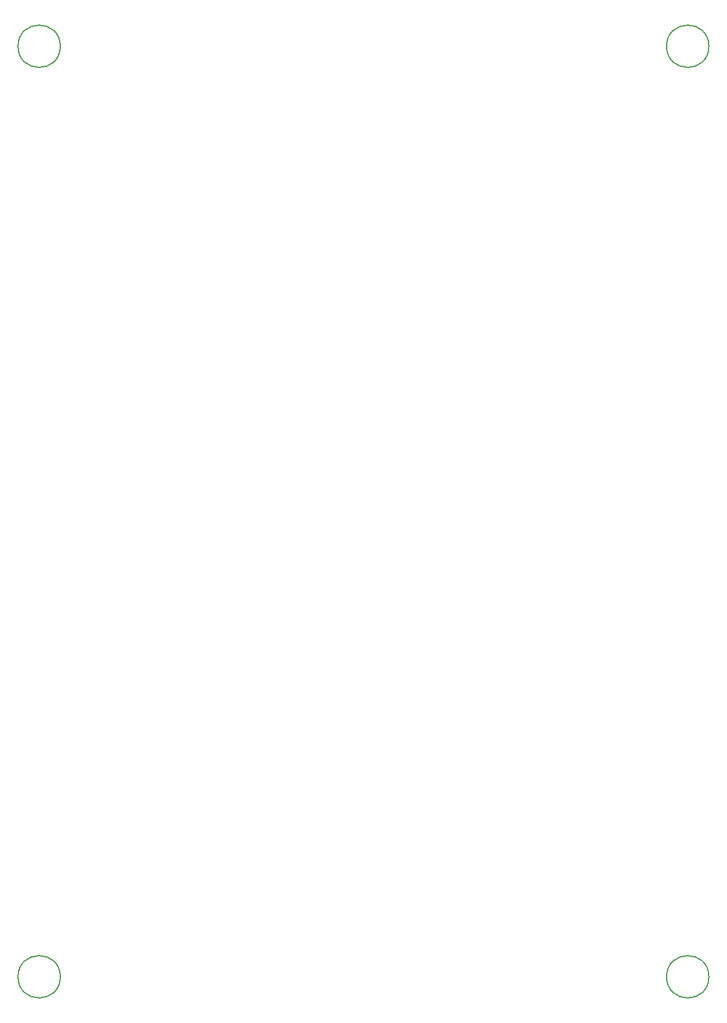
<source format=gbo>
G04*
G04 #@! TF.GenerationSoftware,Altium Limited,Altium Designer,20.2.6 (244)*
G04*
G04 Layer_Color=32896*
%FSLAX25Y25*%
%MOIN*%
G70*
G04*
G04 #@! TF.SameCoordinates,DA10D54E-F5E1-4E40-92F4-FD95AF22BDD1*
G04*
G04*
G04 #@! TF.FilePolarity,Positive*
G04*
G01*
G75*
%ADD12C,0.00787*%
D12*
X86614Y594488D02*
G03*
X86614Y594488I-11811J0D01*
G01*
Y74803D02*
G03*
X86614Y74803I-11811J0D01*
G01*
X448819Y594488D02*
G03*
X448819Y594488I-11811J0D01*
G01*
Y74803D02*
G03*
X448819Y74803I-11811J0D01*
G01*
M02*

</source>
